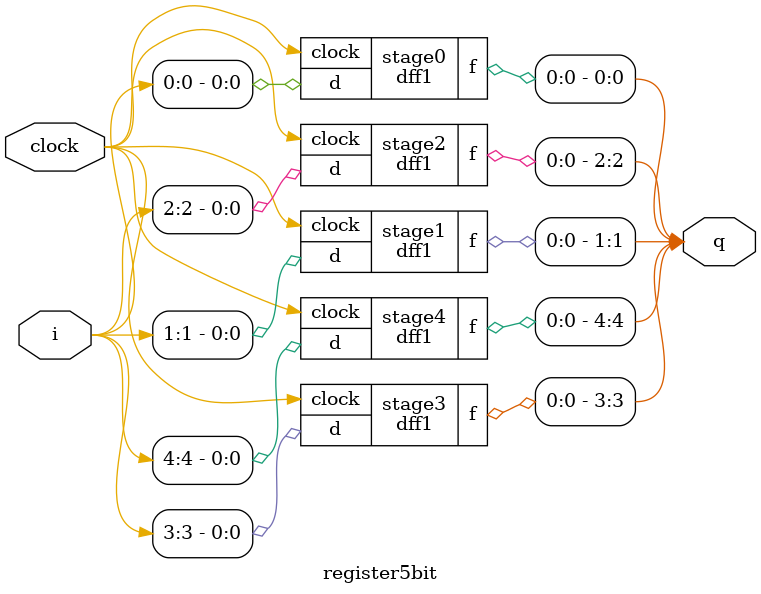
<source format=v>

module dff1(d,clock,f);
input d,clock;                                               
output f;
reg f;
always @ (posedge clock)
f<=d;
endmodule

module register5bit(i,q,clock);
input [4:0]i;
input clock;
output [4:0]q;
reg [4:0] q;

dff1 stage0(i[0],clock,q[0]);
dff1 stage1(i[1],clock,q[1]);
dff1 stage2(i[2],clock,q[2]);
dff1 stage3(i[3],clock,q[3]);
dff1 stage4(i[4],clock,q[4]);
endmodule



</source>
